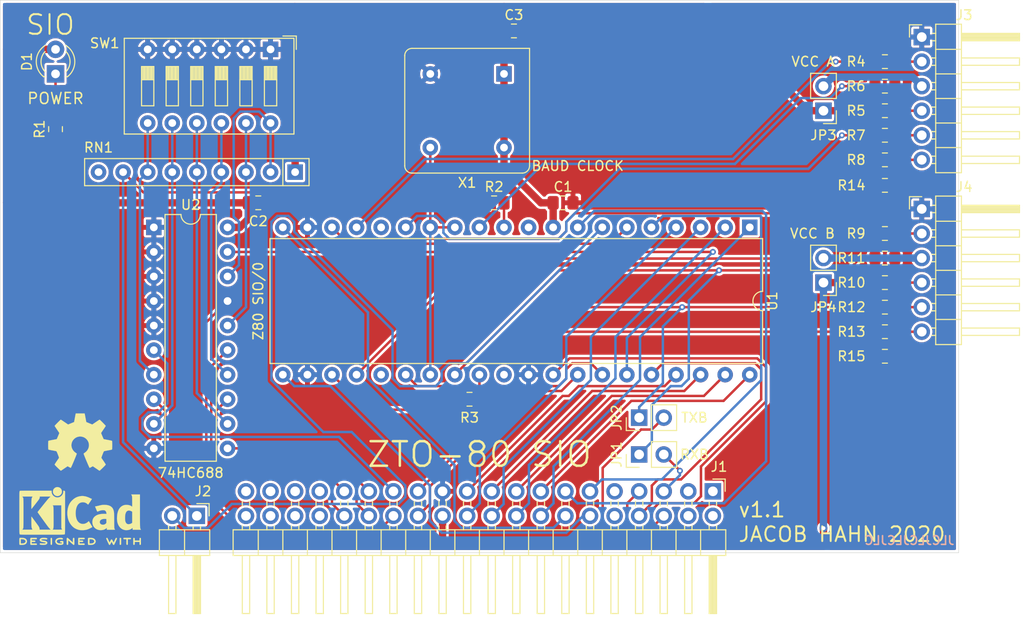
<source format=kicad_pcb>
(kicad_pcb (version 20171130) (host pcbnew "(5.1.5)-3")
  (layers (0 F.Cu signal) (31 B.Cu signal) (34 B.Paste user) (35 F.Paste user) (36 B.SilkS user) (37 F.SilkS user) (38 B.Mask user) (39 F.Mask user) (44 Edge.Cuts user))
  (net 0 "")
  (net 1 VCC)
  (net 2 "Net-(D1-Pad1)")
  (net 3 /USR4)
  (net 4 /USR3)
  (net 5 /USR2)
  (net 6 /USR1)
  (net 7 /RXB)
  (net 8 /TXB)
  (net 9 /RD)
  (net 10 /IORQ)
  (net 11 /WR)
  (net 12 /MREQ)
  (net 13 /INT)
  (net 14 /RST)
  (net 15 /M1)
  (net 16 /CLK)
  (net 17 /D0)
  (net 18 /D1)
  (net 19 /D2)
  (net 20 /D3)
  (net 21 /D4)
  (net 22 /D5)
  (net 23 /D6)
  (net 24 /D7)
  (net 25 GND)
  (net 26 /A0)
  (net 27 /A1)
  (net 28 /A2)
  (net 29 /A3)
  (net 30 /A4)
  (net 31 /A5)
  (net 32 /A6)
  (net 33 /A7)
  (net 34 /A8)
  (net 35 /A9)
  (net 36 /A10)
  (net 37 /A11)
  (net 38 /A12)
  (net 39 /A13)
  (net 40 /A14)
  (net 41 /A15)
  (net 42 /IEO)
  (net 43 /IEI)
  (net 44 "Net-(J1-Pad6)")
  (net 45 "Net-(J1-Pad5)")
  (net 46 "Net-(J3-Pad6)")
  (net 47 "Net-(J3-Pad5)")
  (net 48 "Net-(J3-Pad4)")
  (net 49 "Net-(J3-Pad3)")
  (net 50 "Net-(J3-Pad2)")
  (net 51 "Net-(J4-Pad6)")
  (net 52 "Net-(J4-Pad5)")
  (net 53 "Net-(J4-Pad4)")
  (net 54 "Net-(J4-Pad3)")
  (net 55 "Net-(J4-Pad2)")
  (net 56 "Net-(R2-Pad2)")
  (net 57 "Net-(R3-Pad2)")
  (net 58 /RTSA)
  (net 59 /RXA)
  (net 60 /TXA)
  (net 61 /CTSA)
  (net 62 /RTSB)
  (net 63 /CTSB)
  (net 64 "Net-(RN1-Pad9)")
  (net 65 "Net-(RN1-Pad7)")
  (net 66 "Net-(RN1-Pad6)")
  (net 67 "Net-(RN1-Pad5)")
  (net 68 "Net-(RN1-Pad4)")
  (net 69 "Net-(RN1-Pad3)")
  (net 70 "Net-(RN1-Pad2)")
  (net 71 "Net-(U1-Pad16)")
  (net 72 /SIOCE)
  (net 73 /BCLK)
  (net 74 "Net-(U1-Pad30)")
  (net 75 "Net-(U1-Pad10)")
  (net 76 "Net-(U1-Pad25)")
  (module Package_DIP:DIP-40_W15.24mm (layer F.Cu) (at 173.355 86.36 270)
    (fp_text reference U1 (at 7.62 -2.33 90) (layer F.SilkS))
    (fp_text value Z80SIO0)
    (pad 40 thru_hole oval (at 15.24 0 270) (size 1.6 1.6) (drill 0.8) (layers *.Cu *.Mask) (net 17 /D0))
    (pad 20 thru_hole oval (at 0 48.26 270) (size 1.6 1.6) (drill 0.8) (layers *.Cu *.Mask) (net 16 /CLK))
    (pad 39 thru_hole oval (at 15.24 2.54 270) (size 1.6 1.6) (drill 0.8) (layers *.Cu *.Mask) (net 19 /D2))
    (pad 19 thru_hole oval (at 0 45.72 270) (size 1.6 1.6) (drill 0.8) (layers *.Cu *.Mask) (net 25 GND))
    (pad 38 thru_hole oval (at 15.24 5.08 270) (size 1.6 1.6) (drill 0.8) (layers *.Cu *.Mask) (net 21 /D4))
    (pad 18 thru_hole oval (at 0 43.18 270) (size 1.6 1.6) (drill 0.8) (layers *.Cu *.Mask) (net 61 /CTSA))
    (pad 37 thru_hole oval (at 15.24 7.62 270) (size 1.6 1.6) (drill 0.8) (layers *.Cu *.Mask) (net 23 /D6))
    (pad 17 thru_hole oval (at 0 40.64 270) (size 1.6 1.6) (drill 0.8) (layers *.Cu *.Mask) (net 58 /RTSA))
    (pad 36 thru_hole oval (at 15.24 10.16 270) (size 1.6 1.6) (drill 0.8) (layers *.Cu *.Mask) (net 10 /IORQ))
    (pad 16 thru_hole oval (at 0 38.1 270) (size 1.6 1.6) (drill 0.8) (layers *.Cu *.Mask) (net 71 "Net-(U1-Pad16)"))
    (pad 35 thru_hole oval (at 15.24 12.7 270) (size 1.6 1.6) (drill 0.8) (layers *.Cu *.Mask) (net 72 /SIOCE))
    (pad 15 thru_hole oval (at 0 35.56 270) (size 1.6 1.6) (drill 0.8) (layers *.Cu *.Mask) (net 60 /TXA))
    (pad 34 thru_hole oval (at 15.24 15.24 270) (size 1.6 1.6) (drill 0.8) (layers *.Cu *.Mask) (net 26 /A0))
    (pad 14 thru_hole oval (at 0 33.02 270) (size 1.6 1.6) (drill 0.8) (layers *.Cu *.Mask) (net 73 /BCLK))
    (pad 33 thru_hole oval (at 15.24 17.78 270) (size 1.6 1.6) (drill 0.8) (layers *.Cu *.Mask) (net 27 /A1))
    (pad 13 thru_hole oval (at 0 30.48 270) (size 1.6 1.6) (drill 0.8) (layers *.Cu *.Mask) (net 73 /BCLK))
    (pad 32 thru_hole oval (at 15.24 20.32 270) (size 1.6 1.6) (drill 0.8) (layers *.Cu *.Mask) (net 9 /RD))
    (pad 12 thru_hole oval (at 0 27.94 270) (size 1.6 1.6) (drill 0.8) (layers *.Cu *.Mask) (net 59 /RXA))
    (pad 31 thru_hole oval (at 15.24 22.86 270) (size 1.6 1.6) (drill 0.8) (layers *.Cu *.Mask) (net 25 GND))
    (pad 11 thru_hole oval (at 0 25.4 270) (size 1.6 1.6) (drill 0.8) (layers *.Cu *.Mask) (net 56 "Net-(R2-Pad2)"))
    (pad 30 thru_hole oval (at 15.24 25.4 270) (size 1.6 1.6) (drill 0.8) (layers *.Cu *.Mask) (net 74 "Net-(U1-Pad30)"))
    (pad 10 thru_hole oval (at 0 22.86 270) (size 1.6 1.6) (drill 0.8) (layers *.Cu *.Mask) (net 75 "Net-(U1-Pad10)"))
    (pad 29 thru_hole oval (at 15.24 27.94 270) (size 1.6 1.6) (drill 0.8) (layers *.Cu *.Mask) (net 57 "Net-(R3-Pad2)"))
    (pad 9 thru_hole oval (at 0 20.32 270) (size 1.6 1.6) (drill 0.8) (layers *.Cu *.Mask) (net 1 VCC))
    (pad 28 thru_hole oval (at 15.24 30.48 270) (size 1.6 1.6) (drill 0.8) (layers *.Cu *.Mask) (net 7 /RXB))
    (pad 8 thru_hole oval (at 0 17.78 270) (size 1.6 1.6) (drill 0.8) (layers *.Cu *.Mask) (net 15 /M1))
    (pad 27 thru_hole oval (at 15.24 33.02 270) (size 1.6 1.6) (drill 0.8) (layers *.Cu *.Mask) (net 73 /BCLK))
    (pad 7 thru_hole oval (at 0 15.24 270) (size 1.6 1.6) (drill 0.8) (layers *.Cu *.Mask) (net 42 /IEO))
    (pad 26 thru_hole oval (at 15.24 35.56 270) (size 1.6 1.6) (drill 0.8) (layers *.Cu *.Mask) (net 8 /TXB))
    (pad 6 thru_hole oval (at 0 12.7 270) (size 1.6 1.6) (drill 0.8) (layers *.Cu *.Mask) (net 43 /IEI))
    (pad 25 thru_hole oval (at 15.24 38.1 270) (size 1.6 1.6) (drill 0.8) (layers *.Cu *.Mask) (net 76 "Net-(U1-Pad25)"))
    (pad 5 thru_hole oval (at 0 10.16 270) (size 1.6 1.6) (drill 0.8) (layers *.Cu *.Mask) (net 13 /INT))
    (pad 24 thru_hole oval (at 15.24 40.64 270) (size 1.6 1.6) (drill 0.8) (layers *.Cu *.Mask) (net 62 /RTSB))
    (pad 4 thru_hole oval (at 0 7.62 270) (size 1.6 1.6) (drill 0.8) (layers *.Cu *.Mask) (net 24 /D7))
    (pad 23 thru_hole oval (at 15.24 43.18 270) (size 1.6 1.6) (drill 0.8) (layers *.Cu *.Mask) (net 63 /CTSB))
    (pad 3 thru_hole oval (at 0 5.08 270) (size 1.6 1.6) (drill 0.8) (layers *.Cu *.Mask) (net 22 /D5))
    (pad 22 thru_hole oval (at 15.24 45.72 270) (size 1.6 1.6) (drill 0.8) (layers *.Cu *.Mask) (net 25 GND))
    (pad 2 thru_hole oval (at 0 2.54 270) (size 1.6 1.6) (drill 0.8) (layers *.Cu *.Mask) (net 20 /D3))
    (pad 21 thru_hole oval (at 15.24 48.26 270) (size 1.6 1.6) (drill 0.8) (layers *.Cu *.Mask) (net 14 /RST))
    (pad 1 thru_hole rect (at 0 0 270) (size 1.6 1.6) (drill 0.8) (layers *.Cu *.Mask) (net 18 /D1))
  )
  (module Connector_PinHeader_2.54mm:PinHeader_1x02_P2.54mm_Vertical (layer F.Cu) (at 161.925 109.855 90)
    (fp_text reference JP1 (at 0 -2.33 90) (layer F.SilkS))
    (fp_text value Jumper_NC_Small)
    (pad 2 thru_hole oval (at 0 2.54 90) (size 1.7 1.7) (drill 1) (layers *.Cu *.Mask) (net 45 "Net-(J1-Pad5)"))
    (pad 1 thru_hole rect (at 0 0 90) (size 1.7 1.7) (drill 1) (layers *.Cu *.Mask) (net 7 /RXB))
  )
  (module Connector_PinHeader_2.54mm:PinHeader_1x02_P2.54mm_Vertical (layer F.Cu) (at 161.925 106.045 90)
    (fp_text reference JP2 (at 0 -2.33 90) (layer F.SilkS))
    (fp_text value Jumper_NC_Small)
    (pad 2 thru_hole oval (at 0 2.54 90) (size 1.7 1.7) (drill 1) (layers *.Cu *.Mask) (net 44 "Net-(J1-Pad6)"))
    (pad 1 thru_hole rect (at 0 0 90) (size 1.7 1.7) (drill 1) (layers *.Cu *.Mask) (net 8 /TXB))
  )
  (module Resistor_SMD:R_0805_2012Metric_Pad1.15x1.40mm_HandSolder (layer F.Cu) (at 146.93 83.82)
    (fp_text reference R2 (at 0 -1.65) (layer F.SilkS))
    (fp_text value 100k)
    (pad 2 smd roundrect (at 1.025 0) (size 1.15 1.4) (layers F.Cu F.Paste F.Mask) (roundrect_rratio 0.217391) (net 56 "Net-(R2-Pad2)"))
    (pad 1 smd roundrect (at -1.025 0) (size 1.15 1.4) (layers F.Cu F.Paste F.Mask) (roundrect_rratio 0.217391) (net 25 GND))
  )
  (module Connector_PinHeader_2.54mm:PinHeader_1x06_P2.54mm_Horizontal (layer F.Cu) (at 191.135 84.455)
    (fp_text reference J4 (at 4.385 -2.27) (layer F.SilkS))
    (fp_text value SIOHDR)
    (pad 6 thru_hole oval (at 0 12.7) (size 1.7 1.7) (drill 1) (layers *.Cu *.Mask) (net 51 "Net-(J4-Pad6)"))
    (pad 5 thru_hole oval (at 0 10.16) (size 1.7 1.7) (drill 1) (layers *.Cu *.Mask) (net 52 "Net-(J4-Pad5)"))
    (pad 4 thru_hole oval (at 0 7.62) (size 1.7 1.7) (drill 1) (layers *.Cu *.Mask) (net 53 "Net-(J4-Pad4)"))
    (pad 3 thru_hole oval (at 0 5.08) (size 1.7 1.7) (drill 1) (layers *.Cu *.Mask) (net 54 "Net-(J4-Pad3)"))
    (pad 2 thru_hole oval (at 0 2.54) (size 1.7 1.7) (drill 1) (layers *.Cu *.Mask) (net 55 "Net-(J4-Pad2)"))
    (pad 1 thru_hole rect (at 0 0) (size 1.7 1.7) (drill 1) (layers *.Cu *.Mask) (net 25 GND))
  )
  (module Connector_PinHeader_2.54mm:PinHeader_1x06_P2.54mm_Horizontal (layer F.Cu) (at 191.135 66.675)
    (fp_text reference J3 (at 4.385 -2.27) (layer F.SilkS))
    (fp_text value SIOHDR)
    (pad 6 thru_hole oval (at 0 12.7) (size 1.7 1.7) (drill 1) (layers *.Cu *.Mask) (net 46 "Net-(J3-Pad6)"))
    (pad 5 thru_hole oval (at 0 10.16) (size 1.7 1.7) (drill 1) (layers *.Cu *.Mask) (net 47 "Net-(J3-Pad5)"))
    (pad 4 thru_hole oval (at 0 7.62) (size 1.7 1.7) (drill 1) (layers *.Cu *.Mask) (net 48 "Net-(J3-Pad4)"))
    (pad 3 thru_hole oval (at 0 5.08) (size 1.7 1.7) (drill 1) (layers *.Cu *.Mask) (net 49 "Net-(J3-Pad3)"))
    (pad 2 thru_hole oval (at 0 2.54) (size 1.7 1.7) (drill 1) (layers *.Cu *.Mask) (net 50 "Net-(J3-Pad2)"))
    (pad 1 thru_hole rect (at 0 0) (size 1.7 1.7) (drill 1) (layers *.Cu *.Mask) (net 25 GND))
  )
  (module Oscillator:Oscillator_DIP-8 (layer F.Cu) (at 147.955 70.485 180)
    (fp_text reference X1 (at 3.81 -11.26) (layer F.SilkS))
    (fp_text value 1.8432MHz)
    (pad 1 thru_hole rect (at 0 0 180) (size 1.6 1.6) (drill 0.8) (layers *.Cu *.Mask) (net 1 VCC))
    (pad 8 thru_hole circle (at 0 -7.62 180) (size 1.6 1.6) (drill 0.8) (layers *.Cu *.Mask) (net 1 VCC))
    (pad 5 thru_hole circle (at 7.62 -7.62 180) (size 1.6 1.6) (drill 0.8) (layers *.Cu *.Mask) (net 73 /BCLK))
    (pad 4 thru_hole circle (at 7.62 0 180) (size 1.6 1.6) (drill 0.8) (layers *.Cu *.Mask) (net 25 GND))
  )
  (module Package_DIP:DIP-20_W7.62mm (layer F.Cu) (at 111.76 86.36)
    (fp_text reference U2 (at 3.81 -2.33) (layer F.SilkS))
    (fp_text value 74HC688)
    (pad 20 thru_hole oval (at 7.62 0) (size 1.6 1.6) (drill 0.8) (layers *.Cu *.Mask) (net 1 VCC))
    (pad 10 thru_hole oval (at 0 22.86) (size 1.6 1.6) (drill 0.8) (layers *.Cu *.Mask) (net 25 GND))
    (pad 19 thru_hole oval (at 7.62 2.54) (size 1.6 1.6) (drill 0.8) (layers *.Cu *.Mask) (net 72 /SIOCE))
    (pad 9 thru_hole oval (at 0 20.32) (size 1.6 1.6) (drill 0.8) (layers *.Cu *.Mask) (net 66 "Net-(RN1-Pad6)"))
    (pad 18 thru_hole oval (at 7.62 5.08) (size 1.6 1.6) (drill 0.8) (layers *.Cu *.Mask) (net 70 "Net-(RN1-Pad2)"))
    (pad 8 thru_hole oval (at 0 17.78) (size 1.6 1.6) (drill 0.8) (layers *.Cu *.Mask) (net 29 /A3))
    (pad 17 thru_hole oval (at 7.62 7.62) (size 1.6 1.6) (drill 0.8) (layers *.Cu *.Mask) (net 33 /A7))
    (pad 7 thru_hole oval (at 0 15.24) (size 1.6 1.6) (drill 0.8) (layers *.Cu *.Mask) (net 65 "Net-(RN1-Pad7)"))
    (pad 16 thru_hole oval (at 7.62 10.16) (size 1.6 1.6) (drill 0.8) (layers *.Cu *.Mask) (net 69 "Net-(RN1-Pad3)"))
    (pad 6 thru_hole oval (at 0 12.7) (size 1.6 1.6) (drill 0.8) (layers *.Cu *.Mask) (net 28 /A2))
    (pad 15 thru_hole oval (at 7.62 12.7) (size 1.6 1.6) (drill 0.8) (layers *.Cu *.Mask) (net 32 /A6))
    (pad 5 thru_hole oval (at 0 10.16) (size 1.6 1.6) (drill 0.8) (layers *.Cu *.Mask) (net 25 GND))
    (pad 14 thru_hole oval (at 7.62 15.24) (size 1.6 1.6) (drill 0.8) (layers *.Cu *.Mask) (net 68 "Net-(RN1-Pad4)"))
    (pad 4 thru_hole oval (at 0 7.62) (size 1.6 1.6) (drill 0.8) (layers *.Cu *.Mask) (net 25 GND))
    (pad 13 thru_hole oval (at 7.62 17.78) (size 1.6 1.6) (drill 0.8) (layers *.Cu *.Mask) (net 31 /A5))
    (pad 3 thru_hole oval (at 0 5.08) (size 1.6 1.6) (drill 0.8) (layers *.Cu *.Mask) (net 25 GND))
    (pad 12 thru_hole oval (at 7.62 20.32) (size 1.6 1.6) (drill 0.8) (layers *.Cu *.Mask) (net 67 "Net-(RN1-Pad5)"))
    (pad 2 thru_hole oval (at 0 2.54) (size 1.6 1.6) (drill 0.8) (layers *.Cu *.Mask) (net 25 GND))
    (pad 11 thru_hole oval (at 7.62 22.86) (size 1.6 1.6) (drill 0.8) (layers *.Cu *.Mask) (net 30 /A4))
    (pad 1 thru_hole rect (at 0 0) (size 1.6 1.6) (drill 0.8) (layers *.Cu *.Mask) (net 25 GND))
  )
  (module Button_Switch_THT:SW_DIP_SPSTx06_Slide_9.78x17.42mm_W7.62mm_P2.54mm (layer F.Cu) (at 123.825 67.945 270)
    (fp_text reference SW1 (at -0.635 17.145 180) (layer F.SilkS))
    (fp_text value SW_DIP_x06)
    (pad 12 thru_hole oval (at 7.62 0 270) (size 1.6 1.6) (drill 0.8) (layers *.Cu *.Mask) (net 70 "Net-(RN1-Pad2)"))
    (pad 6 thru_hole oval (at 0 12.7 270) (size 1.6 1.6) (drill 0.8) (layers *.Cu *.Mask) (net 25 GND))
    (pad 11 thru_hole oval (at 7.62 2.54 270) (size 1.6 1.6) (drill 0.8) (layers *.Cu *.Mask) (net 69 "Net-(RN1-Pad3)"))
    (pad 5 thru_hole oval (at 0 10.16 270) (size 1.6 1.6) (drill 0.8) (layers *.Cu *.Mask) (net 25 GND))
    (pad 10 thru_hole oval (at 7.62 5.08 270) (size 1.6 1.6) (drill 0.8) (layers *.Cu *.Mask) (net 68 "Net-(RN1-Pad4)"))
    (pad 4 thru_hole oval (at 0 7.62 270) (size 1.6 1.6) (drill 0.8) (layers *.Cu *.Mask) (net 25 GND))
    (pad 9 thru_hole oval (at 7.62 7.62 270) (size 1.6 1.6) (drill 0.8) (layers *.Cu *.Mask) (net 67 "Net-(RN1-Pad5)"))
    (pad 3 thru_hole oval (at 0 5.08 270) (size 1.6 1.6) (drill 0.8) (layers *.Cu *.Mask) (net 25 GND))
    (pad 8 thru_hole oval (at 7.62 10.16 270) (size 1.6 1.6) (drill 0.8) (layers *.Cu *.Mask) (net 66 "Net-(RN1-Pad6)"))
    (pad 2 thru_hole oval (at 0 2.54 270) (size 1.6 1.6) (drill 0.8) (layers *.Cu *.Mask) (net 25 GND))
    (pad 7 thru_hole oval (at 7.62 12.7 270) (size 1.6 1.6) (drill 0.8) (layers *.Cu *.Mask) (net 65 "Net-(RN1-Pad7)"))
    (pad 1 thru_hole rect (at 0 0 270) (size 1.6 1.6) (drill 0.8) (layers *.Cu *.Mask) (net 25 GND))
  )
  (module Resistor_THT:R_Array_SIP9 (layer F.Cu) (at 126.365 80.645 180)
    (fp_text reference RN1 (at 20.32 2.54) (layer F.SilkS))
    (fp_text value R_Network08)
    (pad 9 thru_hole oval (at 20.32 0 180) (size 1.6 1.6) (drill 0.8) (layers *.Cu *.Mask) (net 64 "Net-(RN1-Pad9)"))
    (pad 8 thru_hole oval (at 17.78 0 180) (size 1.6 1.6) (drill 0.8) (layers *.Cu *.Mask) (net 43 /IEI))
    (pad 7 thru_hole oval (at 15.24 0 180) (size 1.6 1.6) (drill 0.8) (layers *.Cu *.Mask) (net 65 "Net-(RN1-Pad7)"))
    (pad 6 thru_hole oval (at 12.7 0 180) (size 1.6 1.6) (drill 0.8) (layers *.Cu *.Mask) (net 66 "Net-(RN1-Pad6)"))
    (pad 5 thru_hole oval (at 10.16 0 180) (size 1.6 1.6) (drill 0.8) (layers *.Cu *.Mask) (net 67 "Net-(RN1-Pad5)"))
    (pad 4 thru_hole oval (at 7.62 0 180) (size 1.6 1.6) (drill 0.8) (layers *.Cu *.Mask) (net 68 "Net-(RN1-Pad4)"))
    (pad 3 thru_hole oval (at 5.08 0 180) (size 1.6 1.6) (drill 0.8) (layers *.Cu *.Mask) (net 69 "Net-(RN1-Pad3)"))
    (pad 2 thru_hole oval (at 2.54 0 180) (size 1.6 1.6) (drill 0.8) (layers *.Cu *.Mask) (net 70 "Net-(RN1-Pad2)"))
    (pad 1 thru_hole rect (at 0 0 180) (size 1.6 1.6) (drill 0.8) (layers *.Cu *.Mask) (net 1 VCC))
  )
  (module Resistor_SMD:R_0805_2012Metric_Pad1.15x1.40mm_HandSolder (layer F.Cu) (at 187.325 99.695)
    (fp_text reference R15 (at -1.905 0) (layer F.SilkS) (effects (justify right)))
    (fp_text value 100k)
    (pad 2 smd roundrect (at 1.025 0) (size 1.15 1.4) (layers F.Cu F.Paste F.Mask) (roundrect_rratio 0.217391) (net 51 "Net-(J4-Pad6)"))
    (pad 1 smd roundrect (at -1.025 0) (size 1.15 1.4) (layers F.Cu F.Paste F.Mask) (roundrect_rratio 0.217391) (net 25 GND))
  )
  (module Resistor_SMD:R_0805_2012Metric_Pad1.15x1.40mm_HandSolder (layer F.Cu) (at 187.325 82.015)
    (fp_text reference R14 (at -1.905 0.0016) (layer F.SilkS) (effects (justify right)))
    (fp_text value 100k)
    (pad 2 smd roundrect (at 1.025 0) (size 1.15 1.4) (layers F.Cu F.Paste F.Mask) (roundrect_rratio 0.217391) (net 46 "Net-(J3-Pad6)"))
    (pad 1 smd roundrect (at -1.025 0) (size 1.15 1.4) (layers F.Cu F.Paste F.Mask) (roundrect_rratio 0.217391) (net 25 GND))
  )
  (module Resistor_SMD:R_0805_2012Metric_Pad1.15x1.40mm_HandSolder (layer F.Cu) (at 187.325 97.155 180)
    (fp_text reference R13 (at 1.905 0) (layer F.SilkS) (effects (justify right)))
    (fp_text value 2.2k)
    (pad 2 smd roundrect (at 1.025 0 180) (size 1.15 1.4) (layers F.Cu F.Paste F.Mask) (roundrect_rratio 0.217391) (net 63 /CTSB))
    (pad 1 smd roundrect (at -1.025 0 180) (size 1.15 1.4) (layers F.Cu F.Paste F.Mask) (roundrect_rratio 0.217391) (net 51 "Net-(J4-Pad6)"))
  )
  (module Resistor_SMD:R_0805_2012Metric_Pad1.15x1.40mm_HandSolder (layer F.Cu) (at 187.325 94.615 180)
    (fp_text reference R12 (at 1.905 0) (layer F.SilkS) (effects (justify right)))
    (fp_text value 2.2k)
    (pad 2 smd roundrect (at 1.025 0 180) (size 1.15 1.4) (layers F.Cu F.Paste F.Mask) (roundrect_rratio 0.217391) (net 8 /TXB))
    (pad 1 smd roundrect (at -1.025 0 180) (size 1.15 1.4) (layers F.Cu F.Paste F.Mask) (roundrect_rratio 0.217391) (net 52 "Net-(J4-Pad5)"))
  )
  (module Resistor_SMD:R_0805_2012Metric_Pad1.15x1.40mm_HandSolder (layer F.Cu) (at 187.325 89.535 180)
    (fp_text reference R11 (at 1.905 0) (layer F.SilkS) (effects (justify right)))
    (fp_text value 2.2k)
    (pad 2 smd roundrect (at 1.025 0 180) (size 1.15 1.4) (layers F.Cu F.Paste F.Mask) (roundrect_rratio 0.217391) (net 7 /RXB))
    (pad 1 smd roundrect (at -1.025 0 180) (size 1.15 1.4) (layers F.Cu F.Paste F.Mask) (roundrect_rratio 0.217391) (net 53 "Net-(J4-Pad4)"))
  )
  (module Resistor_SMD:R_0805_2012Metric_Pad1.15x1.40mm_HandSolder (layer F.Cu) (at 187.325 92.075 180)
    (fp_text reference R10 (at 1.905 0) (layer F.SilkS) (effects (justify right)))
    (fp_text value 100k)
    (pad 2 smd roundrect (at 1.025 0 180) (size 1.15 1.4) (layers F.Cu F.Paste F.Mask) (roundrect_rratio 0.217391) (net 1 VCC))
    (pad 1 smd roundrect (at -1.025 0 180) (size 1.15 1.4) (layers F.Cu F.Paste F.Mask) (roundrect_rratio 0.217391) (net 53 "Net-(J4-Pad4)"))
  )
  (module Resistor_SMD:R_0805_2012Metric_Pad1.15x1.40mm_HandSolder (layer F.Cu) (at 187.325 86.995 180)
    (fp_text reference R9 (at 1.905 0) (layer F.SilkS) (effects (justify right)))
    (fp_text value 2.2k)
    (pad 2 smd roundrect (at 1.025 0 180) (size 1.15 1.4) (layers F.Cu F.Paste F.Mask) (roundrect_rratio 0.217391) (net 62 /RTSB))
    (pad 1 smd roundrect (at -1.025 0 180) (size 1.15 1.4) (layers F.Cu F.Paste F.Mask) (roundrect_rratio 0.217391) (net 55 "Net-(J4-Pad2)"))
  )
  (module Resistor_SMD:R_0805_2012Metric_Pad1.15x1.40mm_HandSolder (layer F.Cu) (at 187.325 79.375 180)
    (fp_text reference R8 (at 1.905 0) (layer F.SilkS) (effects (justify right)))
    (fp_text value 2.2k)
    (pad 2 smd roundrect (at 1.025 0 180) (size 1.15 1.4) (layers F.Cu F.Paste F.Mask) (roundrect_rratio 0.217391) (net 61 /CTSA))
    (pad 1 smd roundrect (at -1.025 0 180) (size 1.15 1.4) (layers F.Cu F.Paste F.Mask) (roundrect_rratio 0.217391) (net 46 "Net-(J3-Pad6)"))
  )
  (module Resistor_SMD:R_0805_2012Metric_Pad1.15x1.40mm_HandSolder (layer F.Cu) (at 187.325 76.835 180)
    (fp_text reference R7 (at 1.905 0) (layer F.SilkS) (effects (justify right)))
    (fp_text value 2.2k)
    (pad 2 smd roundrect (at 1.025 0 180) (size 1.15 1.4) (layers F.Cu F.Paste F.Mask) (roundrect_rratio 0.217391) (net 60 /TXA))
    (pad 1 smd roundrect (at -1.025 0 180) (size 1.15 1.4) (layers F.Cu F.Paste F.Mask) (roundrect_rratio 0.217391) (net 47 "Net-(J3-Pad5)"))
  )
  (module Resistor_SMD:R_0805_2012Metric_Pad1.15x1.40mm_HandSolder (layer F.Cu) (at 187.325 71.755 180)
    (fp_text reference R6 (at 1.905 0) (layer F.SilkS) (effects (justify right)))
    (fp_text value 2.2k)
    (pad 2 smd roundrect (at 1.025 0 180) (size 1.15 1.4) (layers F.Cu F.Paste F.Mask) (roundrect_rratio 0.217391) (net 59 /RXA))
    (pad 1 smd roundrect (at -1.025 0 180) (size 1.15 1.4) (layers F.Cu F.Paste F.Mask) (roundrect_rratio 0.217391) (net 48 "Net-(J3-Pad4)"))
  )
  (module Resistor_SMD:R_0805_2012Metric_Pad1.15x1.40mm_HandSolder (layer F.Cu) (at 187.325 74.295 180)
    (fp_text reference R5 (at 1.905 0) (layer F.SilkS) (effects (justify right)))
    (fp_text value 100k)
    (pad 2 smd roundrect (at 1.025 0 180) (size 1.15 1.4) (layers F.Cu F.Paste F.Mask) (roundrect_rratio 0.217391) (net 1 VCC))
    (pad 1 smd roundrect (at -1.025 0 180) (size 1.15 1.4) (layers F.Cu F.Paste F.Mask) (roundrect_rratio 0.217391) (net 48 "Net-(J3-Pad4)"))
  )
  (module Resistor_SMD:R_0805_2012Metric_Pad1.15x1.40mm_HandSolder (layer F.Cu) (at 187.325 69.215 180)
    (fp_text reference R4 (at 1.905 0) (layer F.SilkS) (effects (justify right)))
    (fp_text value 2.2k)
    (pad 2 smd roundrect (at 1.025 0 180) (size 1.15 1.4) (layers F.Cu F.Paste F.Mask) (roundrect_rratio 0.217391) (net 58 /RTSA))
    (pad 1 smd roundrect (at -1.025 0 180) (size 1.15 1.4) (layers F.Cu F.Paste F.Mask) (roundrect_rratio 0.217391) (net 50 "Net-(J3-Pad2)"))
  )
  (module Resistor_SMD:R_0805_2012Metric_Pad1.15x1.40mm_HandSolder (layer F.Cu) (at 144.39 104.14)
    (fp_text reference R3 (at 0 1.905) (layer F.SilkS))
    (fp_text value 100k)
    (pad 2 smd roundrect (at 1.025 0) (size 1.15 1.4) (layers F.Cu F.Paste F.Mask) (roundrect_rratio 0.217391) (net 57 "Net-(R3-Pad2)"))
    (pad 1 smd roundrect (at -1.025 0) (size 1.15 1.4) (layers F.Cu F.Paste F.Mask) (roundrect_rratio 0.217391) (net 25 GND))
  )
  (module Connector_PinHeader_2.54mm:PinHeader_1x02_P2.54mm_Vertical (layer F.Cu) (at 180.975 92.075 180)
    (fp_text reference JP4 (at 0 -2.54) (layer F.SilkS))
    (fp_text value Jumper_2_Open)
    (pad 2 thru_hole oval (at 0 2.54 180) (size 1.7 1.7) (drill 1) (layers *.Cu *.Mask) (net 54 "Net-(J4-Pad3)"))
    (pad 1 thru_hole rect (at 0 0 180) (size 1.7 1.7) (drill 1) (layers *.Cu *.Mask) (net 1 VCC))
  )
  (module Connector_PinHeader_2.54mm:PinHeader_1x02_P2.54mm_Vertical (layer F.Cu) (at 180.975 74.295 180)
    (fp_text reference JP3 (at 0 -2.54) (layer F.SilkS))
    (fp_text value Jumper_2_Open)
    (pad 2 thru_hole oval (at 0 2.54 180) (size 1.7 1.7) (drill 1) (layers *.Cu *.Mask) (net 49 "Net-(J3-Pad3)"))
    (pad 1 thru_hole rect (at 0 0 180) (size 1.7 1.7) (drill 1) (layers *.Cu *.Mask) (net 1 VCC))
  )
  (module Connector_PinHeader_2.54mm:PinHeader_2x20_P2.54mm_Horizontal (layer F.Cu) (at 169.545 113.665 270)
    (fp_text reference J1 (at -2.54 -0.635 180) (layer F.SilkS))
    (fp_text value "ZTO-80 Bus")
    (pad 40 thru_hole oval (at 2.54 48.26 270) (size 1.7 1.7) (drill 1) (layers *.Cu *.Mask) (net 41 /A15))
    (pad 39 thru_hole oval (at 0 48.26 270) (size 1.7 1.7) (drill 1) (layers *.Cu *.Mask) (net 40 /A14))
    (pad 38 thru_hole oval (at 2.54 45.72 270) (size 1.7 1.7) (drill 1) (layers *.Cu *.Mask) (net 39 /A13))
    (pad 37 thru_hole oval (at 0 45.72 270) (size 1.7 1.7) (drill 1) (layers *.Cu *.Mask) (net 38 /A12))
    (pad 36 thru_hole oval (at 2.54 43.18 270) (size 1.7 1.7) (drill 1) (layers *.Cu *.Mask) (net 37 /A11))
    (pad 35 thru_hole oval (at 0 43.18 270) (size 1.7 1.7) (drill 1) (layers *.Cu *.Mask) (net 36 /A10))
    (pad 34 thru_hole oval (at 2.54 40.64 270) (size 1.7 1.7) (drill 1) (layers *.Cu *.Mask) (net 35 /A9))
    (pad 33 thru_hole oval (at 0 40.64 270) (size 1.7 1.7) (drill 1) (layers *.Cu *.Mask) (net 34 /A8))
    (pad 32 thru_hole oval (at 2.54 38.1 270) (size 1.7 1.7) (drill 1) (layers *.Cu *.Mask) (net 33 /A7))
    (pad 31 thru_hole oval (at 0 38.1 270) (size 1.7 1.7) (drill 1) (layers *.Cu *.Mask) (net 32 /A6))
    (pad 30 thru_hole oval (at 2.54 35.56 270) (size 1.7 1.7) (drill 1) (layers *.Cu *.Mask) (net 31 /A5))
    (pad 29 thru_hole oval (at 0 35.56 270) (size 1.7 1.7) (drill 1) (layers *.Cu *.Mask) (net 30 /A4))
    (pad 28 thru_hole oval (at 2.54 33.02 270) (size 1.7 1.7) (drill 1) (layers *.Cu *.Mask) (net 29 /A3))
    (pad 27 thru_hole oval (at 0 33.02 270) (size 1.7 1.7) (drill 1) (layers *.Cu *.Mask) (net 28 /A2))
    (pad 26 thru_hole oval (at 2.54 30.48 270) (size 1.7 1.7) (drill 1) (layers *.Cu *.Mask) (net 27 /A1))
    (pad 25 thru_hole oval (at 0 30.48 270) (size 1.7 1.7) (drill 1) (layers *.Cu *.Mask) (net 26 /A0))
    (pad 24 thru_hole oval (at 2.54 27.94 270) (size 1.7 1.7) (drill 1) (layers *.Cu *.Mask) (net 1 VCC))
    (pad 23 thru_hole oval (at 0 27.94 270) (size 1.7 1.7) (drill 1) (layers *.Cu *.Mask) (net 25 GND))
    (pad 22 thru_hole oval (at 2.54 25.4 270) (size 1.7 1.7) (drill 1) (layers *.Cu *.Mask) (net 24 /D7))
    (pad 21 thru_hole oval (at 0 25.4 270) (size 1.7 1.7) (drill 1) (layers *.Cu *.Mask) (net 23 /D6))
    (pad 20 thru_hole oval (at 2.54 22.86 270) (size 1.7 1.7) (drill 1) (layers *.Cu *.Mask) (net 22 /D5))
    (pad 19 thru_hole oval (at 0 22.86 270) (size 1.7 1.7) (drill 1) (layers *.Cu *.Mask) (net 21 /D4))
    (pad 18 thru_hole oval (at 2.54 20.32 270) (size 1.7 1.7) (drill 1) (layers *.Cu *.Mask) (net 20 /D3))
    (pad 17 thru_hole oval (at 0 20.32 270) (size 1.7 1.7) (drill 1) (layers *.Cu *.Mask) (net 19 /D2))
    (pad 16 thru_hole oval (at 2.54 17.78 270) (size 1.7 1.7) (drill 1) (layers *.Cu *.Mask) (net 18 /D1))
    (pad 15 thru_hole oval (at 0 17.78 270) (size 1.7 1.7) (drill 1) (layers *.Cu *.Mask) (net 17 /D0))
    (pad 14 thru_hole oval (at 2.54 15.24 270) (size 1.7 1.7) (drill 1) (layers *.Cu *.Mask) (net 16 /CLK))
    (pad 13 thru_hole oval (at 0 15.24 270) (size 1.7 1.7) (drill 1) (layers *.Cu *.Mask) (net 15 /M1))
    (pad 12 thru_hole oval (at 2.54 12.7 270) (size 1.7 1.7) (drill 1) (layers *.Cu *.Mask) (net 14 /RST))
    (pad 11 thru_hole oval (at 0 12.7 270) (size 1.7 1.7) (drill 1) (layers *.Cu *.Mask) (net 13 /INT))
    (pad 10 thru_hole oval (at 2.54 10.16 270) (size 1.7 1.7) (drill 1) (layers *.Cu *.Mask) (net 12 /MREQ))
    (pad 9 thru_hole oval (at 0 10.16 270) (size 1.7 1.7) (drill 1) (layers *.Cu *.Mask) (net 11 /WR))
    (pad 8 thru_hole oval (at 2.54 7.62 270) (size 1.7 1.7) (drill 1) (layers *.Cu *.Mask) (net 10 /IORQ))
    (pad 7 thru_hole oval (at 0 7.62 270) (size 1.7 1.7) (drill 1) (layers *.Cu *.Mask) (net 9 /RD))
    (pad 6 thru_hole oval (at 2.54 5.08 270) (size 1.7 1.7) (drill 1) (layers *.Cu *.Mask) (net 44 "Net-(J1-Pad6)"))
    (pad 5 thru_hole oval (at 0 5.08 270) (size 1.7 1.7) (drill 1) (layers *.Cu *.Mask) (net 45 "Net-(J1-Pad5)"))
    (pad 4 thru_hole oval (at 2.54 2.54 270) (size 1.7 1.7) (drill 1) (layers *.Cu *.Mask) (net 6 /USR1))
    (pad 3 thru_hole oval (at 0 2.54 270) (size 1.7 1.7) (drill 1) (layers *.Cu *.Mask) (net 5 /USR2))
    (pad 2 thru_hole oval (at 2.54 0 270) (size 1.7 1.7) (drill 1) (layers *.Cu *.Mask) (net 4 /USR3))
    (pad 1 thru_hole rect (at 0 0 270) (size 1.7 1.7) (drill 1) (layers *.Cu *.Mask) (net 3 /USR4))
  )
  (module Capacitor_SMD:C_0805_2012Metric_Pad1.15x1.40mm_HandSolder (layer F.Cu) (at 148.98 66.04)
    (fp_text reference C3 (at 0 -1.65) (layer F.SilkS))
    (fp_text value .1u)
    (pad 2 smd roundrect (at 1.025 0) (size 1.15 1.4) (layers F.Cu F.Paste F.Mask) (roundrect_rratio 0.217391) (net 25 GND))
    (pad 1 smd roundrect (at -1.025 0) (size 1.15 1.4) (layers F.Cu F.Paste F.Mask) (roundrect_rratio 0.217391) (net 1 VCC))
  )
  (module Capacitor_SMD:C_0805_2012Metric_Pad1.15x1.40mm_HandSolder (layer F.Cu) (at 122.555 83.82)
    (fp_text reference C2 (at 0 1.905) (layer F.SilkS))
    (fp_text value .1u)
    (pad 2 smd roundrect (at 1.025 0) (size 1.15 1.4) (layers F.Cu F.Paste F.Mask) (roundrect_rratio 0.217391) (net 25 GND))
    (pad 1 smd roundrect (at -1.025 0) (size 1.15 1.4) (layers F.Cu F.Paste F.Mask) (roundrect_rratio 0.217391) (net 1 VCC))
  )
  (module Capacitor_SMD:C_0805_2012Metric_Pad1.15x1.40mm_HandSolder (layer F.Cu) (at 154.06 83.82)
    (fp_text reference C1 (at 0 -1.65) (layer F.SilkS))
    (fp_text value .1u)
    (pad 2 smd roundrect (at 1.025 0) (size 1.15 1.4) (layers F.Cu F.Paste F.Mask) (roundrect_rratio 0.217391) (net 25 GND))
    (pad 1 smd roundrect (at -1.025 0) (size 1.15 1.4) (layers F.Cu F.Paste F.Mask) (roundrect_rratio 0.217391) (net 1 VCC))
  )
  (module Symbol:OSHW-Symbol_6.7x6mm_SilkScreen (layer F.Cu) (at 104.14 108.585)
    (fp_text reference REF** hide)
    (fp_text value OSHW-Symbol_6.7x6mm_SilkScreen hide)
  )
  (module Symbol:KiCad-Logo2_5mm_SilkScreen (layer F.Cu) (at 104.14 116.205)
    (fp_text reference REF** hide)
    (fp_text value KiCad-Logo2_5mm_SilkScreen hide)
  )
  (module Connector_PinHeader_2.54mm:PinHeader_1x02_P2.54mm_Horizontal (layer F.Cu) (at 116.205 116.205 270)
    (fp_text reference J2 (at -2.54 -0.635 180) (layer F.SilkS))
    (fp_text value Conn_01x02)
    (pad 2 thru_hole oval (at 0 2.54 270) (size 1.7 1.7) (drill 1) (layers *.Cu *.Mask) (net 42 /IEO))
    (pad 1 thru_hole rect (at 0 0 270) (size 1.7 1.7) (drill 1) (layers *.Cu *.Mask) (net 43 /IEI))
  )
  (module Resistor_SMD:R_0805_2012Metric_Pad1.15x1.40mm_HandSolder (layer F.Cu) (at 101.6 76.2 90)
    (fp_text reference R1 (at 0 -1.65 90) (layer F.SilkS))
    (fp_text value 220)
    (pad 1 smd roundrect (at -1.025 0 90) (size 1.15 1.4) (layers F.Cu F.Paste F.Mask) (roundrect_rratio 0.217391) (net 25 GND))
    (pad 2 smd roundrect (at 1.025 0 90) (size 1.15 1.4) (layers F.Cu F.Paste F.Mask) (roundrect_rratio 0.217391) (net 2 "Net-(D1-Pad1)"))
  )
  (module LED_THT:LED_D3.0mm (layer F.Cu) (at 101.6 70.485 90)
    (fp_text reference D1 (at 1.27 -2.96 90) (layer F.SilkS))
    (fp_text value "LED 3MM RED")
    (pad 1 thru_hole rect (at 0 0 90) (size 1.8 1.8) (drill 0.9) (layers *.Cu *.Mask) (net 2 "Net-(D1-Pad1)"))
    (pad 2 thru_hole circle (at 2.54 0 90) (size 1.8 1.8) (drill 0.9) (layers *.Cu *.Mask) (net 1 VCC))
  )
  (gr_text "BAUD CLOCK" (at 155.575 80.01) (layer F.SilkS) (effects (font (size 1 1))))
  (gr_text 74HC688 (at 115.57 111.76) (layer F.SilkS) (effects (font (size 1 1))))
  (gr_text "Z80 SIO/0" (at 122.555 93.98 90) (layer F.SilkS) (effects (font (size 1 1))))
  (gr_text RXB (at 167.64 109.855) (layer F.SilkS) (effects (font (size 1 1))))
  (gr_text TXB (at 167.64 106.045) (layer F.SilkS) (effects (font (size 1 1))))
  (gr_text "VCC B" (at 182.245 86.995) (layer F.SilkS) (effects (font (size 1 1)) (justify right)))
  (gr_text "VCC A" (at 182.245 69.215) (layer F.SilkS) (effects (font (size 1 1)) (justify right)))
  (gr_text v1.1 (at 172.085 115.57) (layer F.SilkS) (effects (font (size 1.524 1.524) (thickness 0.2032)) (justify left)))
  (gr_text POWER (at 101.6 73.025) (layer F.SilkS) (effects (font (size 1.143 1.143) (thickness 0.1524))))
  (gr_text JLCJLCJLCJLC (at 189.865 118.745) (layer B.SilkS) (effects (font (size 0.899998 0.899998) (thickness 0.159995)) (justify mirror)))
  (gr_text "JACOB HAHN 2020" (at 182.88 118.11) (layer F.SilkS) (effects (font (size 1.524 1.524) (thickness 0.2032))))
  (gr_text "ZTO-80 SIO" (at 145.415 109.855) (layer F.SilkS) (effects (font (size 2.54 2.54) (thickness 0.254))))
  (gr_text SIO (at 98.425 65.405) (layer F.SilkS) (effects (font (size 2.032 2.032) (thickness 0.2032)) (justify left)))
  (gr_line (start 95.885 120.015) (end 95.885 62.865) (layer Edge.Cuts) (width 0.05))
  (gr_line (start 194.945 120.015) (end 95.885 120.015) (layer Edge.Cuts) (width 0.05))
  (gr_line (start 194.945 62.865) (end 194.945 120.015) (layer Edge.Cuts) (width 0.05))
  (gr_line (start 95.885 62.865) (end 194.945 62.865) (layer Edge.Cuts) (width 0.05))
  (segment (start 147.955 70.485) (end 147.955 66.04) (width 0.762) (layer F.Cu) (net 1))
  (segment (start 147.955 66.04) (end 147.955 63.52501) (width 0.762) (layer F.Cu) (net 1))
  (segment (start 96.54501 119.35499) (end 141.605 119.35499) (width 0.762) (layer F.Cu) (net 1))
  (segment (start 141.605 119.35499) (end 141.605 116.205) (width 0.762) (layer F.Cu) (net 1))
  (segment (start 96.57002 67.945) (end 96.54501 67.91999) (width 0.762) (layer F.Cu) (net 1))
  (segment (start 101.6 67.945) (end 96.57002 67.945) (width 0.762) (layer F.Cu) (net 1))
  (segment (start 96.54501 63.52501) (end 96.54501 67.91999) (width 0.762) (layer F.Cu) (net 1))
  (segment (start 96.57002 83.82) (end 96.54501 83.79499) (width 0.762) (layer F.Cu) (net 1))
  (segment (start 96.54501 67.91999) (end 96.54501 83.79499) (width 0.762) (layer F.Cu) (net 1))
  (segment (start 121.53 83.82) (end 96.57002 83.82) (width 0.762) (layer F.Cu) (net 1))
  (segment (start 96.54501 83.79499) (end 96.54501 119.35499) (width 0.762) (layer F.Cu) (net 1))
  (segment (start 147.955 78.105) (end 147.955 70.485) (width 0.762) (layer F.Cu) (net 1))
  (segment (start 153.035 86.36) (end 153.035 83.82) (width 0.762) (layer F.Cu) (net 1))
  (segment (start 147.955 78.105) (end 147.955 80.01) (width 0.762) (layer F.Cu) (net 1))
  (segment (start 151.765 83.82) (end 153.035 83.82) (width 0.762) (layer F.Cu) (net 1))
  (segment (start 147.955 80.01) (end 151.765 83.82) (width 0.762) (layer F.Cu) (net 1))
  (segment (start 126.365 80.645) (end 126.365 63.55002) (width 0.762) (layer F.Cu) (net 1))
  (segment (start 147.955 63.52501) (end 126.33999 63.52501) (width 0.762) (layer F.Cu) (net 1))
  (segment (start 126.365 63.55002) (end 126.33999 63.52501) (width 0.762) (layer F.Cu) (net 1))
  (segment (start 126.33999 63.52501) (end 96.54501 63.52501) (width 0.762) (layer F.Cu) (net 1))
  (segment (start 180.975 92.075) (end 186.3 92.075) (width 0.762) (layer F.Cu) (net 1))
  (segment (start 180.975 74.295) (end 186.3 74.295) (width 0.762) (layer F.Cu) (net 1))
  (segment (start 168.59301 63.52501) (end 147.955 63.52501) (width 0.762) (layer F.Cu) (net 1))
  (segment (start 179.363 74.295) (end 168.59301 63.52501) (width 0.762) (layer F.Cu) (net 1))
  (segment (start 180.975 74.295) (end 179.363 74.295) (width 0.762) (layer F.Cu) (net 1))
  (segment (start 121.53 83.82) (end 121.53 85.48) (width 0.762) (layer F.Cu) (net 1))
  (segment (start 120.65 86.36) (end 119.38 86.36) (width 0.762) (layer F.Cu) (net 1))
  (segment (start 121.53 85.48) (end 120.65 86.36) (width 0.762) (layer F.Cu) (net 1))
  (segment (start 141.605 119.35499) (end 180.975 119.35499) (width 0.762) (layer F.Cu) (net 1))
  (segment (start 180.975 119.35499) (end 180.975 117.475) (width 0.762) (layer F.Cu) (net 1))
  (via (at 180.975 117.475) (size 0.8128) (drill 0.4064) (layers F.Cu B.Cu) (net 1))
  (segment (start 180.975 117.475) (end 180.975 92.075) (width 0.762) (layer B.Cu) (net 1))
  (segment (start 101.6 70.485) (end 101.6 75.175) (width 0.254) (layer F.Cu) (net 2))
  (segment (start 184.785 89.535) (end 186.3 89.535) (width 0.254) (layer F.Cu) (net 7))
  (segment (start 183.515 90.805) (end 184.785 89.535) (width 0.254) (layer F.Cu) (net 7))
  (segment (start 142.875 101.6) (end 153.67 90.805) (width 0.254) (layer F.Cu) (net 7))
  (segment (start 153.67 90.805) (end 183.515 90.805) (width 0.254) (layer F.Cu) (net 7))
  (segment (start 185.725 94.615) (end 186.3 94.615) (width 0.254) (layer F.Cu) (net 8))
  (segment (start 144.233999 101.988883) (end 144.233999 101.033119) (width 0.254) (layer F.Cu) (net 8))
  (segment (start 144.233999 101.033119) (end 150.652118 94.615) (width 0.254) (layer F.Cu) (net 8))
  (segment (start 143.441881 102.781001) (end 144.233999 101.988883) (width 0.254) (layer F.Cu) (net 8))
  (segment (start 138.976001 102.781001) (end 143.441881 102.781001) (width 0.254) (layer F.Cu) (net 8))
  (segment (start 137.795 101.6) (end 138.976001 102.781001) (width 0.254) (layer F.Cu) (net 8))
  (segment (start 161.925 104.941) (end 164.376001 102.489999) (width 0.254) (layer B.Cu) (net 8))
  (segment (start 164.376001 96.608999) (end 166.37 94.615) (width 0.254) (layer B.Cu) (net 8))
  (segment (start 161.925 106.045) (end 161.925 104.941) (width 0.254) (layer B.Cu) (net 8))
  (via (at 166.37 94.615) (size 0.6096) (drill 0.3048) (layers F.Cu B.Cu) (net 8))
  (segment (start 166.37 94.615) (end 185.725 94.615) (width 0.254) (layer F.Cu) (net 8))
  (segment (start 164.376001 102.489999) (end 164.376001 96.608999) (width 0.254) (layer B.Cu) (net 8))
  (segment (start 150.652118 94.615) (end 166.37 94.615) (width 0.254) (layer F.Cu) (net 8))
  (segment (start 154.724011 99.910989) (end 153.834999 100.800001) (width 0.254) (layer F.Cu) (net 9))
  (segment (start 174.132305 99.910989) (end 154.724011 99.910989) (width 0.254) (layer F.Cu) (net 9))
  (segment (start 175.04401 100.822694) (end 174.132305 99.910989) (width 0.254) (layer F.Cu) (net 9))
  (segment (start 161.334119 117.436001) (end 162.515881 117.436001) (width 0.254) (layer F.Cu) (net 9))
  (segment (start 153.834999 100.800001) (end 153.035 101.6) (width 0.254) (layer F.Cu) (net 9))
  (segment (start 160.693999 116.795881) (end 161.334119 117.436001) (width 0.254) (layer F.Cu) (net 9))
  (segment (start 168.313999 111.092171) (end 175.044011 104.362159) (width 0.254) (layer F.Cu) (net 9))
  (segment (start 160.693999 114.896001) (end 160.693999 116.795881) (width 0.254) (layer F.Cu) (net 9))
  (segment (start 162.515881 117.436001) (end 163.233999 116.717883) (width 0.254) (layer F.Cu) (net 9))
  (segment (start 161.925 113.665) (end 160.693999 114.896001) (width 0.254) (layer F.Cu) (net 9))
  (segment (start 163.233999 116.717883) (end 163.233999 115.614435) (width 0.254) (layer F.Cu) (net 9))
  (segment (start 163.233999 115.614435) (end 163.952433 114.896001) (width 0.254) (layer F.Cu) (net 9))
  (segment (start 175.044011 104.362159) (end 175.04401 100.822694) (width 0.254) (layer F.Cu) (net 9))
  (segment (start 163.952433 114.896001) (end 167.595881 114.896001) (width 0.254) (layer F.Cu) (net 9))
  (segment (start 167.595881 114.896001) (end 168.313999 114.177883) (width 0.254) (layer F.Cu) (net 9))
  (segment (start 168.313999 114.177883) (end 168.313999 111.092171) (width 0.254) (layer F.Cu) (net 9))
  (segment (start 174.536001 101.033119) (end 173.921881 100.418999) (width 0.254) (layer F.Cu) (net 10))
  (segment (start 174.536002 104.151734) (end 174.536001 101.033119) (width 0.254) (layer F.Cu) (net 10))
  (segment (start 161.925 116.205) (end 163.233999 114.896001) (width 0.254) (layer F.Cu) (net 10))
  (segment (start 163.233999 114.896001) (end 163.233999 113.074119) (width 0.254) (layer F.Cu) (net 10))
  (segment (start 173.921881 100.418999) (end 164.376001 100.418999) (width 0.254) (layer F.Cu) (net 10))
  (segment (start 166.253737 112.433999) (end 174.536002 104.151734) (width 0.254) (layer F.Cu) (net 10))
  (segment (start 163.994999 100.800001) (end 163.195 101.6) (width 0.254) (layer F.Cu) (net 10))
  (segment (start 163.233999 113.074119) (end 163.874119 112.433999) (width 0.254) (layer F.Cu) (net 10))
  (segment (start 164.376001 100.418999) (end 163.994999 100.800001) (width 0.254) (layer F.Cu) (net 10))
  (segment (start 163.874119 112.433999) (end 166.253737 112.433999) (width 0.254) (layer F.Cu) (net 10))
  (segment (start 163.994999 85.560001) (end 163.195 86.36) (width 0.254) (layer B.Cu) (net 13))
  (segment (start 164.376001 85.178999) (end 163.994999 85.560001) (width 0.254) (layer B.Cu) (net 13))
  (segment (start 174.459801 85.178999) (end 164.376001 85.178999) (width 0.254) (layer B.Cu) (net 13))
  (segment (start 174.536001 85.255199) (end 174.459801 85.178999) (width 0.254) (layer B.Cu) (net 13))
  (segment (start 174.536001 102.166881) (end 174.536001 85.255199) (width 0.254) (layer B.Cu) (net 13))
  (segment (start 164.268883 112.433999) (end 174.536001 102.166881) (width 0.254) (layer B.Cu) (net 13))
  (segment (start 158.076001 112.433999) (end 164.268883 112.433999) (width 0.254) (layer B.Cu) (net 13))
  (segment (start 156.845 113.665) (end 158.076001 112.433999) (width 0.254) (layer B.Cu) (net 13))
  (segment (start 125.894999 102.399999) (end 125.095 101.6) (width 0.254) (layer B.Cu) (net 14))
  (segment (start 130.002883 102.781001) (end 126.276001 102.781001) (width 0.254) (layer B.Cu) (net 14))
  (segment (start 140.296001 113.074119) (end 130.002883 102.781001) (width 0.254) (layer B.Cu) (net 14))
  (segment (start 126.276001 102.781001) (end 125.894999 102.399999) (width 0.254) (layer B.Cu) (net 14))
  (segment (start 140.296001 116.717883) (end 140.296001 113.074119) (width 0.254) (layer B.Cu) (net 14))
  (segment (start 141.522129 117.944011) (end 140.296001 116.717883) (width 0.254) (layer B.Cu) (net 14))
  (segment (start 154.387871 117.944011) (end 141.522129 117.944011) (width 0.254) (layer B.Cu) (net 14))
  (segment (start 156.126882 116.205) (end 154.387871 117.944011) (width 0.254) (layer B.Cu) (net 14))
  (segment (start 156.845 116.205) (end 156.126882 116.205) (width 0.254) (layer B.Cu) (net 14))
  (segment (start 156.374999 85.560001) (end 155.575 86.36) (width 0.254) (layer B.Cu) (net 15))
  (segment (start 157.264011 84.670989) (end 156.374999 85.560001) (width 0.254) (layer B.Cu) (net 15))
  (segment (start 174.670225 84.670989) (end 157.264011 84.670989) (width 0.254) (layer B.Cu) (net 15))
  (segment (start 175.04401 85.044774) (end 174.670225 84.670989) (width 0.254) (layer B.Cu) (net 15))
  (segment (start 170.699801 114.896001) (end 175.04401 110.551792) (width 0.254) (layer B.Cu) (net 15))
  (segment (start 175.04401 110.551792) (end 175.04401 85.044774) (width 0.254) (layer B.Cu) (net 15))
  (segment (start 155.536001 114.896001) (end 170.699801 114.896001) (width 0.254) (layer B.Cu) (net 15))
  (segment (start 154.305 113.665) (end 155.536001 114.896001) (width 0.254) (layer B.Cu) (net 15))
  (segment (start 125.894999 87.159999) (end 125.095 86.36) (width 0.254) (layer B.Cu) (net 16))
  (segment (start 133.896001 95.161001) (end 125.894999 87.159999) (width 0.254) (layer B.Cu) (net 16))
  (segment (start 133.896001 101.988883) (end 133.896001 95.161001) (width 0.254) (layer B.Cu) (net 16))
  (segment (start 142.836001 110.928883) (end 133.896001 101.988883) (width 0.254) (layer B.Cu) (net 16))
  (segment (start 142.836001 116.717883) (end 142.836001 110.928883) (width 0.254) (layer B.Cu) (net 16))
  (segment (start 143.554119 117.436001) (end 142.836001 116.717883) (width 0.254) (layer B.Cu) (net 16))
  (segment (start 153.073999 117.436001) (end 143.554119 117.436001) (width 0.254) (layer B.Cu) (net 16))
  (segment (start 154.305 116.205) (end 153.073999 117.436001) (width 0.254) (layer B.Cu) (net 16))
  (segment (start 172.555001 102.399999) (end 173.355 101.6) (width 0.254) (layer F.Cu) (net 17))
  (segment (start 170.649969 104.305031) (end 172.555001 102.399999) (width 0.254) (layer F.Cu) (net 17))
  (segment (start 161.124969 104.305031) (end 170.649969 104.305031) (width 0.254) (layer F.Cu) (net 17))
  (segment (start 151.765 113.665) (end 161.124969 104.305031) (width 0.254) (layer F.Cu) (net 17))
  (segment (start 162.013999 102.146001) (end 162.013999 97.701001) (width 0.254) (layer B.Cu) (net 18))
  (segment (start 153.073999 111.086001) (end 162.013999 102.146001) (width 0.254) (layer B.Cu) (net 18))
  (segment (start 151.765 116.205) (end 153.073999 114.896001) (width 0.254) (layer B.Cu) (net 18))
  (segment (start 153.073999 114.896001) (end 153.073999 111.086001) (width 0.254) (layer B.Cu) (net 18))
  (segment (start 162.013999 97.701001) (end 173.355 86.36) (width 0.254) (layer B.Cu) (net 18))
  (segment (start 170.015001 102.399999) (end 170.815 101.6) (width 0.254) (layer F.Cu) (net 19))
  (segment (start 168.617979 103.797021) (end 170.015001 102.399999) (width 0.254) (layer F.Cu) (net 19))
  (segment (start 159.092979 103.797021) (end 168.617979 103.797021) (width 0.254) (layer F.Cu) (net 19))
  (segment (start 149.225 113.665) (end 159.092979 103.797021) (width 0.254) (layer F.Cu) (net 19))
  (segment (start 170.015001 87.159999) (end 170.815 86.36) (width 0.254) (layer B.Cu) (net 20))
  (segment (start 159.473999 97.701001) (end 170.015001 87.159999) (width 0.254) (layer B.Cu) (net 20))
  (segment (start 159.473999 101.988883) (end 159.473999 97.701001) (width 0.254) (layer B.Cu) (net 20))
  (segment (start 150.533999 110.928883) (end 159.473999 101.988883) (width 0.254) (layer B.Cu) (net 20))
  (segment (start 150.533999 114.896001) (end 150.533999 110.928883) (width 0.254) (layer B.Cu) (net 20))
  (segment (start 149.225 116.205) (end 150.533999 114.896001) (width 0.254) (layer B.Cu) (net 20))
  (segment (start 146.685 113.665) (end 157.060989 103.289011) (width 0.254) (layer F.Cu) (net 21))
  (segment (start 166.585989 103.289011) (end 168.275 101.6) (width 0.254) (layer F.Cu) (net 21))
  (segment (start 157.060989 103.289011) (end 166.585989 103.289011) (width 0.254) (layer F.Cu) (net 21))
  (segment (start 167.475001 87.159999) (end 168.275 86.36) (width 0.254) (layer B.Cu) (net 22))
  (segment (start 156.933999 97.701001) (end 167.475001 87.159999) (width 0.254) (layer B.Cu) (net 22))
  (segment (start 147.916001 111.163999) (end 156.933999 102.146001) (width 0.254) (layer B.Cu) (net 22))
  (segment (start 156.933999 102.146001) (end 156.933999 97.701001) (width 0.254) (layer B.Cu) (net 22))
  (segment (start 147.916001 114.973999) (end 147.916001 111.163999) (width 0.254) (layer B.Cu) (net 22))
  (segment (start 146.685 116.205) (end 147.916001 114.973999) (width 0.254) (layer B.Cu) (net 22))
  (segment (start 154.012979 103.797021) (end 154.647979 103.797021) (width 0.254) (layer F.Cu) (net 23))
  (segment (start 144.145 113.665) (end 154.012979 103.797021) (width 0.254) (layer F.Cu) (net 23))
  (segment (start 154.647979 103.797021) (end 155.663999 102.781001) (width 0.254) (layer F.Cu) (net 23))
  (segment (start 164.553999 102.781001) (end 165.735 101.6) (width 0.254) (layer F.Cu) (net 23))
  (segment (start 155.663999 102.781001) (end 164.553999 102.781001) (width 0.254) (layer F.Cu) (net 23))
  (segment (start 154.393999 97.701001) (end 164.935001 87.159999) (width 0.254) (layer B.Cu) (net 24))
  (segment (start 164.935001 87.159999) (end 165.735 86.36) (width 0.254) (layer B.Cu) (net 24))
  (segment (start 154.393999 101.988883) (end 154.393999 97.701001) (width 0.254) (layer B.Cu) (net 24))
  (segment (start 145.453999 110.928883) (end 154.393999 101.988883) (width 0.254) (layer B.Cu) (net 24))
  (segment (start 145.453999 114.896001) (end 145.453999 110.928883) (width 0.254) (layer B.Cu) (net 24))
  (segment (start 144.145 116.205) (end 145.453999 114.896001) (width 0.254) (layer B.Cu) (net 24))
  (via (at 170.18 90.805) (size 0.6096) (drill 0.3048) (layers F.Cu B.Cu) (net 7))
  (segment (start 167.055801 93.929199) (end 170.18 90.805) (width 0.254) (layer B.Cu) (net 7))
  (segment (start 167.055801 102.027081) (end 167.055801 93.929199) (width 0.254) (layer B.Cu) (net 7))
  (segment (start 163.233999 108.546001) (end 163.233999 104.736001) (width 0.254) (layer B.Cu) (net 7))
  (segment (start 161.925 109.855) (end 163.233999 108.546001) (width 0.254) (layer B.Cu) (net 7))
  (segment (start 163.233999 104.736001) (end 165.188999 102.781001) (width 0.254) (layer B.Cu) (net 7))
  (segment (start 165.188999 102.781001) (end 166.301881 102.781001) (width 0.254) (layer B.Cu) (net 7))
  (segment (start 166.301881 102.781001) (end 167.055801 102.027081) (width 0.254) (layer B.Cu) (net 7))
  (segment (start 155.008119 100.418999) (end 156.933999 100.418999) (width 0.254) (layer F.Cu) (net 26))
  (segment (start 154.393999 101.033119) (end 155.008119 100.418999) (width 0.254) (layer F.Cu) (net 26))
  (segment (start 157.315001 100.800001) (end 158.115 101.6) (width 0.254) (layer F.Cu) (net 26))
  (segment (start 154.393999 101.988883) (end 154.393999 101.033119) (width 0.254) (layer F.Cu) (net 26))
  (segment (start 153.601881 102.781001) (end 154.393999 101.988883) (width 0.254) (layer F.Cu) (net 26))
  (segment (start 156.933999 100.418999) (end 157.315001 100.800001) (width 0.254) (layer F.Cu) (net 26))
  (segment (start 149.948999 102.781001) (end 153.601881 102.781001) (width 0.254) (layer F.Cu) (net 26))
  (segment (start 139.065 113.665) (end 149.948999 102.781001) (width 0.254) (layer F.Cu) (net 26))
  (segment (start 150.159423 103.289011) (end 153.885989 103.289011) (width 0.254) (layer F.Cu) (net 27))
  (segment (start 140.296001 113.152433) (end 150.159423 103.289011) (width 0.254) (layer F.Cu) (net 27))
  (segment (start 153.885989 103.289011) (end 155.575 101.6) (width 0.254) (layer F.Cu) (net 27))
  (segment (start 139.065 116.205) (end 140.296001 114.973999) (width 0.254) (layer F.Cu) (net 27))
  (segment (start 140.296001 114.973999) (end 140.296001 113.152433) (width 0.254) (layer F.Cu) (net 27))
  (segment (start 135.675001 112.815001) (end 136.525 113.665) (width 0.254) (layer B.Cu) (net 28))
  (segment (start 130.898999 108.038999) (end 135.675001 112.815001) (width 0.254) (layer B.Cu) (net 28))
  (segment (start 110.578999 107.246881) (end 111.371117 108.038999) (width 0.254) (layer B.Cu) (net 28))
  (segment (start 111.193119 105.498999) (end 110.578999 106.113119) (width 0.254) (layer B.Cu) (net 28))
  (segment (start 112.222567 105.498999) (end 111.193119 105.498999) (width 0.254) (layer B.Cu) (net 28))
  (segment (start 111.371117 108.038999) (end 130.898999 108.038999) (width 0.254) (layer B.Cu) (net 28))
  (segment (start 113.15699 104.564576) (end 112.222567 105.498999) (width 0.254) (layer B.Cu) (net 28))
  (segment (start 110.578999 106.113119) (end 110.578999 107.246881) (width 0.254) (layer B.Cu) (net 28))
  (segment (start 113.15699 100.45699) (end 113.15699 104.564576) (width 0.254) (layer B.Cu) (net 28))
  (segment (start 111.76 99.06) (end 113.15699 100.45699) (width 0.254) (layer B.Cu) (net 28))
  (segment (start 112.941001 105.321001) (end 112.559999 104.939999) (width 0.254) (layer F.Cu) (net 29))
  (segment (start 120.694119 117.436001) (end 112.941001 109.682883) (width 0.254) (layer F.Cu) (net 29))
  (segment (start 112.941001 109.682883) (end 112.941001 105.321001) (width 0.254) (layer F.Cu) (net 29))
  (segment (start 135.293999 117.436001) (end 120.694119 117.436001) (width 0.254) (layer F.Cu) (net 29))
  (segment (start 112.559999 104.939999) (end 111.76 104.14) (width 0.254) (layer F.Cu) (net 29))
  (segment (start 136.525 116.205) (end 135.293999 117.436001) (width 0.254) (layer F.Cu) (net 29))
  (segment (start 129.54 109.22) (end 133.985 113.665) (width 0.254) (layer F.Cu) (net 30))
  (segment (start 119.38 109.22) (end 129.54 109.22) (width 0.254) (layer F.Cu) (net 30))
  (segment (start 133.985 116.205) (end 132.715 114.935) (width 0.254) (layer F.Cu) (net 31))
  (segment (start 132.715 114.935) (end 132.715 113.113434) (width 0.254) (layer F.Cu) (net 31))
  (segment (start 118.580001 104.939999) (end 119.38 104.14) (width 0.254) (layer F.Cu) (net 31))
  (segment (start 118.198999 105.321001) (end 118.580001 104.939999) (width 0.254) (layer F.Cu) (net 31))
  (segment (start 118.198999 109.786881) (end 118.198999 105.321001) (width 0.254) (layer F.Cu) (net 31))
  (segment (start 118.813119 110.401001) (end 118.198999 109.786881) (width 0.254) (layer F.Cu) (net 31))
  (segment (start 130.002567 110.401001) (end 118.813119 110.401001) (width 0.254) (layer F.Cu) (net 31))
  (segment (start 132.715 113.113434) (end 130.002567 110.401001) (width 0.254) (layer F.Cu) (net 31))
  (segment (start 118.580001 99.859999) (end 119.38 99.06) (width 0.254) (layer F.Cu) (net 32))
  (segment (start 117.690989 100.749011) (end 118.580001 99.859999) (width 0.254) (layer F.Cu) (net 32))
  (segment (start 117.690989 109.997305) (end 117.690989 100.749011) (width 0.254) (layer F.Cu) (net 32))
  (segment (start 118.602694 110.90901) (end 117.690989 109.997305) (width 0.254) (layer F.Cu) (net 32))
  (segment (start 128.689011 110.909011) (end 118.602694 110.90901) (width 0.254) (layer F.Cu) (net 32))
  (segment (start 131.445 113.665) (end 128.689011 110.909011) (width 0.254) (layer F.Cu) (net 32))
  (segment (start 130.175 114.935) (end 130.175 113.113434) (width 0.254) (layer F.Cu) (net 33))
  (segment (start 131.445 116.205) (end 130.175 114.935) (width 0.254) (layer F.Cu) (net 33))
  (segment (start 118.580001 94.779999) (end 119.38 93.98) (width 0.254) (layer F.Cu) (net 33))
  (segment (start 117.182979 96.177021) (end 118.580001 94.779999) (width 0.254) (layer F.Cu) (net 33))
  (segment (start 117.182979 110.207729) (end 117.182979 96.177021) (width 0.254) (layer F.Cu) (net 33))
  (segment (start 118.392269 111.417019) (end 117.182979 110.207729) (width 0.254) (layer F.Cu) (net 33))
  (segment (start 128.478586 111.41702) (end 118.392269 111.417019) (width 0.254) (layer F.Cu) (net 33))
  (segment (start 130.175 113.113434) (end 128.478586 111.41702) (width 0.254) (layer F.Cu) (net 33))
  (segment (start 114.896001 117.436001) (end 114.514999 117.054999) (width 0.254) (layer B.Cu) (net 42))
  (segment (start 117.359801 117.436001) (end 114.896001 117.436001) (width 0.254) (layer B.Cu) (net 42))
  (segment (start 114.514999 117.054999) (end 113.665 116.205) (width 0.254) (layer B.Cu) (net 42))
  (segment (start 119.821803 114.973999) (end 117.359801 117.436001) (width 0.254) (layer B.Cu) (net 42))
  (segment (start 137.037883 114.973999) (end 119.821803 114.973999) (width 0.254) (layer B.Cu) (net 42))
  (segment (start 137.756001 114.255881) (end 137.037883 114.973999) (width 0.254) (layer B.Cu) (net 42))
  (segment (start 132.212871 107.530989) (end 137.756001 113.074119) (width 0.254) (layer B.Cu) (net 42))
  (segment (start 123.913999 85.793119) (end 123.913999 102.166881) (width 0.254) (layer B.Cu) (net 42))
  (segment (start 124.528119 85.178999) (end 123.913999 85.793119) (width 0.254) (layer B.Cu) (net 42))
  (segment (start 125.661881 85.178999) (end 124.528119 85.178999) (width 0.254) (layer B.Cu) (net 42))
  (segment (start 137.756001 113.074119) (end 137.756001 114.255881) (width 0.254) (layer B.Cu) (net 42))
  (segment (start 126.276001 85.793119) (end 125.661881 85.178999) (width 0.254) (layer B.Cu) (net 42))
  (segment (start 123.913999 102.166881) (end 129.278107 107.530989) (width 0.254) (layer B.Cu) (net 42))
  (segment (start 126.276001 86.822567) (end 126.276001 85.793119) (width 0.254) (layer B.Cu) (net 42))
  (segment (start 136.436001 96.982567) (end 126.276001 86.822567) (width 0.254) (layer B.Cu) (net 42))
  (segment (start 136.436001 101.988883) (end 136.436001 96.982567) (width 0.254) (layer B.Cu) (net 42))
  (segment (start 137.228119 102.781001) (end 136.436001 101.988883) (width 0.254) (layer B.Cu) (net 42))
  (segment (start 140.901881 102.781001) (end 137.228119 102.781001) (width 0.254) (layer B.Cu) (net 42))
  (segment (start 141.516001 102.166881) (end 140.901881 102.781001) (width 0.254) (layer B.Cu) (net 42))
  (segment (start 129.278107 107.530989) (end 132.212871 107.530989) (width 0.254) (layer B.Cu) (net 42))
  (segment (start 141.516001 101.211117) (end 141.516001 102.166881) (width 0.254) (layer B.Cu) (net 42))
  (segment (start 142.308119 100.418999) (end 141.516001 101.211117) (width 0.254) (layer B.Cu) (net 42))
  (segment (start 144.056001 100.418999) (end 142.308119 100.418999) (width 0.254) (layer B.Cu) (net 42))
  (segment (start 158.115 86.36) (end 144.056001 100.418999) (width 0.254) (layer B.Cu) (net 42))
  (segment (start 108.585 108.585) (end 108.585 80.645) (width 0.254) (layer B.Cu) (net 43))
  (segment (start 116.205 116.205) (end 108.585 108.585) (width 0.254) (layer B.Cu) (net 43))
  (segment (start 130.116128 88.04901) (end 158.96599 88.04901) (width 0.254) (layer F.Cu) (net 43))
  (segment (start 158.96599 88.04901) (end 159.855001 87.159999) (width 0.254) (layer F.Cu) (net 43))
  (segment (start 128.993999 86.926881) (end 130.116128 88.04901) (width 0.254) (layer F.Cu) (net 43))
  (segment (start 128.993999 85.971117) (end 128.993999 86.926881) (width 0.254) (layer F.Cu) (net 43))
  (segment (start 159.855001 87.159999) (end 160.655 86.36) (width 0.254) (layer F.Cu) (net 43))
  (segment (start 125.761872 82.73899) (end 128.993999 85.971117) (width 0.254) (layer F.Cu) (net 43))
  (segment (start 110.67899 82.73899) (end 125.761872 82.73899) (width 0.254) (layer F.Cu) (net 43))
  (segment (start 108.585 80.645) (end 110.67899 82.73899) (width 0.254) (layer F.Cu) (net 43))
  (segment (start 163.615001 106.894999) (end 164.465 106.045) (width 0.254) (layer F.Cu) (net 44))
  (segment (start 163.233999 107.276001) (end 163.615001 106.894999) (width 0.254) (layer F.Cu) (net 44))
  (segment (start 159.302129 117.944011) (end 158.153999 116.795881) (width 0.254) (layer F.Cu) (net 44))
  (segment (start 162.726305 117.944011) (end 159.302129 117.944011) (width 0.254) (layer F.Cu) (net 44))
  (segment (start 164.465 116.205316) (end 162.726305 117.944011) (width 0.254) (layer F.Cu) (net 44))
  (segment (start 164.465 116.205) (end 164.465 116.205316) (width 0.254) (layer F.Cu) (net 44))
  (segment (start 162.118197 107.276001) (end 163.233999 107.276001) (width 0.254) (layer F.Cu) (net 44))
  (segment (start 158.153999 111.240199) (end 162.118197 107.276001) (width 0.254) (layer F.Cu) (net 44))
  (segment (start 158.153999 116.795881) (end 158.153999 111.240199) (width 0.254) (layer F.Cu) (net 44))
  (segment (start 164.465 113.20775) (end 164.465 113.665) (width 0.254) (layer B.Cu) (net 45))
  (via (at 166.135799 111.536952) (size 0.6096) (drill 0.3048) (layers F.Cu B.Cu) (net 45))
  (segment (start 164.465 113.665) (end 166.135799 111.994201) (width 0.254) (layer B.Cu) (net 45))
  (segment (start 166.135799 111.994201) (end 166.135799 111.536952) (width 0.254) (layer B.Cu) (net 45))
  (segment (start 166.135799 111.525799) (end 164.465 109.855) (width 0.254) (layer F.Cu) (net 45))
  (segment (start 166.135799 111.536952) (end 166.135799 111.525799) (width 0.254) (layer F.Cu) (net 45))
  (segment (start 188.35 81.315) (end 188.35 79.375) (width 0.254) (layer F.Cu) (net 46))
  (segment (start 188.35 82.015) (end 188.35 81.315) (width 0.254) (layer F.Cu) (net 46))
  (segment (start 191.135 79.375) (end 188.35 79.375) (width 0.254) (layer F.Cu) (net 46))
  (segment (start 188.35 76.835) (end 191.135 76.835) (width 0.254) (layer F.Cu) (net 47))
  (segment (start 188.35 74.295) (end 191.135 74.295) (width 0.254) (layer F.Cu) (net 48))
  (segment (start 188.35 71.755) (end 188.35 74.295) (width 0.254) (layer F.Cu) (net 48))
  (segment (start 190.285001 70.905001) (end 191.135 71.755) (width 0.762) (layer B.Cu) (net 49))
  (segment (start 181.914801 70.815199) (end 190.195199 70.815199) (width 0.762) (layer B.Cu) (net 49))
  (segment (start 190.195199 70.815199) (end 190.285001 70.905001) (width 0.762) (layer B.Cu) (net 49))
  (segment (start 180.975 71.755) (end 181.914801 70.815199) (width 0.762) (layer B.Cu) (net 49))
  (segment (start 188.35 69.215) (end 191.135 69.215) (width 0.254) (layer F.Cu) (net 50))
  (segment (start 188.35 99.695) (end 188.35 97.155) (width 0.254) (layer F.Cu) (net 51))
  (segment (start 188.35 97.155) (end 191.135 97.155) (width 0.254) (layer F.Cu) (net 51))
  (segment (start 188.35 94.615) (end 191.135 94.615) (width 0.254) (layer F.Cu) (net 52))
  (segment (start 188.35 89.535) (end 188.35 92.075) (width 0.254) (layer F.Cu) (net 53))
  (segment (start 188.35 92.075) (end 191.135 92.075) (width 0.254) (layer F.Cu) (net 53))
  (segment (start 180.975 89.535) (end 191.135 89.535) (width 0.762) (layer B.Cu) (net 54))
  (segment (start 188.35 86.995) (end 191.135 86.995) (width 0.254) (layer F.Cu) (net 55))
  (segment (start 147.955 86.36) (end 147.955 83.82) (width 0.254) (layer F.Cu) (net 56))
  (segment (start 145.415 101.6) (end 145.415 104.14) (width 0.254) (layer F.Cu) (net 57))
  (segment (start 132.715 86.36) (end 133.35 85.725) (width 0.254) (layer B.Cu) (net 58))
  (segment (start 181.693118 69.215) (end 182.245 69.215) (width 0.254) (layer B.Cu) (net 58))
  (via (at 182.245 69.215) (size 0.6096) (drill 0.3048) (layers F.Cu B.Cu) (net 58))
  (segment (start 171.622117 79.286001) (end 181.693118 69.215) (width 0.254) (layer B.Cu) (net 58))
  (segment (start 133.35 85.725) (end 139.788999 79.286001) (width 0.254) (layer B.Cu) (net 58))
  (segment (start 139.788999 79.286001) (end 171.622117 79.286001) (width 0.254) (layer B.Cu) (net 58))
  (segment (start 182.245 69.215) (end 186.3 69.215) (width 0.254) (layer F.Cu) (net 58))
  (segment (start 145.415 86.36) (end 146.05 85.725) (width 0.254) (layer B.Cu) (net 59))
  (via (at 182.88 71.755) (size 0.6096) (drill 0.3048) (layers F.Cu B.Cu) (net 59))
  (segment (start 151.980989 79.794011) (end 171.832542 79.79401) (width 0.254) (layer B.Cu) (net 59))
  (segment (start 178.640551 72.986001) (end 181.648999 72.986001) (width 0.254) (layer B.Cu) (net 59))
  (segment (start 181.648999 72.986001) (end 182.88 71.755) (width 0.254) (layer B.Cu) (net 59))
  (segment (start 146.05 85.725) (end 151.980989 79.794011) (width 0.254) (layer B.Cu) (net 59))
  (segment (start 171.832542 79.79401) (end 178.640551 72.986001) (width 0.254) (layer B.Cu) (net 59))
  (segment (start 182.88 71.755) (end 186.3 71.755) (width 0.254) (layer F.Cu) (net 59))
  (segment (start 137.795 86.36) (end 138.43 85.725) (width 0.254) (layer B.Cu) (net 60))
  (segment (start 154.393999 86.748883) (end 154.393999 85.793119) (width 0.254) (layer B.Cu) (net 60))
  (segment (start 153.601881 87.541001) (end 154.393999 86.748883) (width 0.254) (layer B.Cu) (net 60))
  (segment (start 142.308119 87.541001) (end 153.601881 87.541001) (width 0.254) (layer B.Cu) (net 60))
  (segment (start 138.976001 85.178999) (end 140.901881 85.178999) (width 0.254) (layer B.Cu) (net 60))
  (segment (start 140.901881 85.178999) (end 141.693999 85.971117) (width 0.254) (layer B.Cu) (net 60))
  (segment (start 154.393999 85.793119) (end 155.097118 85.09) (width 0.254) (layer B.Cu) (net 60))
  (segment (start 141.693999 85.971117) (end 141.693999 86.926881) (width 0.254) (layer B.Cu) (net 60))
  (segment (start 138.43 85.725) (end 138.976001 85.178999) (width 0.254) (layer B.Cu) (net 60))
  (segment (start 141.693999 86.926881) (end 142.308119 87.541001) (width 0.254) (layer B.Cu) (net 60))
  (segment (start 155.097118 85.09) (end 159.885099 80.302019) (width 0.254) (layer B.Cu) (net 60))
  (via (at 182.88 76.835) (size 0.6096) (drill 0.3048) (layers F.Cu B.Cu) (net 60))
  (segment (start 159.885099 80.302019) (end 179.412981 80.302019) (width 0.254) (layer B.Cu) (net 60))
  (segment (start 179.412981 80.302019) (end 182.88 76.835) (width 0.254) (layer B.Cu) (net 60))
  (segment (start 182.88 76.835) (end 186.3 76.835) (width 0.254) (layer F.Cu) (net 60))
  (segment (start 130.175 86.36) (end 131.356001 87.541001) (width 0.254) (layer F.Cu) (net 61))
  (segment (start 154.393999 85.793119) (end 155.286108 84.90101) (width 0.254) (layer F.Cu) (net 61))
  (segment (start 154.393999 86.748883) (end 154.393999 85.793119) (width 0.254) (layer F.Cu) (net 61))
  (segment (start 131.356001 87.541001) (end 153.601881 87.541001) (width 0.254) (layer F.Cu) (net 61))
  (segment (start 153.601881 87.541001) (end 154.393999 86.748883) (width 0.254) (layer F.Cu) (net 61))
  (segment (start 155.286108 84.90101) (end 177.35399 84.90101) (width 0.254) (layer F.Cu) (net 61))
  (segment (start 182.88 79.375) (end 186.3 79.375) (width 0.254) (layer F.Cu) (net 61))
  (segment (start 177.35399 84.90101) (end 182.88 79.375) (width 0.254) (layer F.Cu) (net 61))
  (segment (start 181.693118 86.995) (end 186.3 86.995) (width 0.254) (layer F.Cu) (net 62))
  (segment (start 132.715 101.6) (end 144.729199 89.585801) (width 0.254) (layer F.Cu) (net 62))
  (segment (start 179.102317 89.585801) (end 181.693118 86.995) (width 0.254) (layer F.Cu) (net 62))
  (segment (start 144.729199 89.585801) (end 179.102317 89.585801) (width 0.254) (layer F.Cu) (net 62))
  (segment (start 185.725 97.155) (end 186.3 97.155) (width 0.254) (layer F.Cu) (net 63))
  (segment (start 153.192118 97.155) (end 185.725 97.155) (width 0.254) (layer F.Cu) (net 63))
  (segment (start 149.313999 101.033119) (end 153.192118 97.155) (width 0.254) (layer F.Cu) (net 63))
  (segment (start 149.313999 102.146001) (end 149.313999 101.033119) (width 0.254) (layer F.Cu) (net 63))
  (segment (start 146.23899 105.22101) (end 149.313999 102.146001) (width 0.254) (layer F.Cu) (net 63))
  (segment (start 133.79601 105.22101) (end 146.23899 105.22101) (width 0.254) (layer F.Cu) (net 63))
  (segment (start 130.175 101.6) (end 133.79601 105.22101) (width 0.254) (layer F.Cu) (net 63))
  (segment (start 111.125 80.645) (end 111.125 75.565) (width 0.254) (layer B.Cu) (net 65))
  (segment (start 110.960001 100.800001) (end 111.76 101.6) (width 0.254) (layer B.Cu) (net 65))
  (segment (start 110.325001 100.165001) (end 110.960001 100.800001) (width 0.254) (layer B.Cu) (net 65))
  (segment (start 110.325001 81.444999) (end 110.325001 100.165001) (width 0.254) (layer B.Cu) (net 65))
  (segment (start 111.125 80.645) (end 110.325001 81.444999) (width 0.254) (layer B.Cu) (net 65))
  (segment (start 113.665 75.565) (end 113.665 80.645) (width 0.254) (layer B.Cu) (net 66))
  (segment (start 113.665 104.775) (end 111.76 106.68) (width 0.254) (layer B.Cu) (net 66))
  (segment (start 113.665 80.645) (end 113.665 104.775) (width 0.254) (layer B.Cu) (net 66))
  (segment (start 116.205 80.645) (end 116.205 75.565) (width 0.254) (layer B.Cu) (net 67))
  (segment (start 116.205 103.505) (end 119.38 106.68) (width 0.254) (layer B.Cu) (net 67))
  (segment (start 116.205 80.645) (end 116.205 103.505) (width 0.254) (layer B.Cu) (net 67))
  (segment (start 118.745 75.565) (end 118.745 80.645) (width 0.254) (layer B.Cu) (net 68))
  (segment (start 118.580001 100.800001) (end 119.38 101.6) (width 0.254) (layer B.Cu) (net 68))
  (segment (start 117.69099 99.91099) (end 118.580001 100.800001) (width 0.254) (layer B.Cu) (net 68))
  (segment (start 117.69099 82.83038) (end 117.69099 99.91099) (width 0.254) (layer B.Cu) (net 68))
  (segment (start 118.745 81.77637) (end 117.69099 82.83038) (width 0.254) (layer B.Cu) (net 68))
  (segment (start 118.745 80.645) (end 118.745 81.77637) (width 0.254) (layer B.Cu) (net 68))
  (segment (start 121.285 80.645) (end 121.285 75.565) (width 0.254) (layer B.Cu) (net 69))
  (segment (start 121.285 94.615) (end 119.38 96.52) (width 0.254) (layer B.Cu) (net 69))
  (segment (start 121.285 80.645) (end 121.285 94.615) (width 0.254) (layer B.Cu) (net 69))
  (segment (start 123.825 76.69637) (end 123.825 80.645) (width 0.254) (layer B.Cu) (net 70))
  (segment (start 123.825 75.565) (end 123.825 76.69637) (width 0.254) (layer B.Cu) (net 70))
  (segment (start 120.179999 90.640001) (end 119.38 91.44) (width 0.254) (layer B.Cu) (net 70))
  (segment (start 120.561001 90.258999) (end 120.179999 90.640001) (width 0.254) (layer B.Cu) (net 70))
  (segment (start 120.561001 85.793119) (end 120.561001 90.258999) (width 0.254) (layer B.Cu) (net 70))
  (segment (start 120.015 85.247118) (end 120.561001 85.793119) (width 0.254) (layer B.Cu) (net 70))
  (segment (start 120.015 75.087118) (end 120.015 85.247118) (width 0.254) (layer B.Cu) (net 70))
  (segment (start 122.643999 74.383999) (end 120.718119 74.383999) (width 0.254) (layer B.Cu) (net 70))
  (segment (start 120.718119 74.383999) (end 120.015 75.087118) (width 0.254) (layer B.Cu) (net 70))
  (segment (start 123.825 75.565) (end 122.643999 74.383999) (width 0.254) (layer B.Cu) (net 70))
  (via (at 169.545 88.9) (size 0.6096) (drill 0.3048) (layers F.Cu B.Cu) (net 72))
  (segment (start 160.655 101.6) (end 160.655 97.79) (width 0.254) (layer B.Cu) (net 72))
  (segment (start 160.655 97.79) (end 169.545 88.9) (width 0.254) (layer B.Cu) (net 72))
  (segment (start 169.545 88.9) (end 119.38 88.9) (width 0.254) (layer F.Cu) (net 72))
  (segment (start 140.335 86.36) (end 140.335 101.6) (width 0.254) (layer B.Cu) (net 73))
  (segment (start 140.335 86.36) (end 142.875 86.36) (width 0.254) (layer F.Cu) (net 73))
  (segment (start 140.335 86.36) (end 140.335 78.105) (width 0.254) (layer F.Cu) (net 73))
  (zone (net 25) (net_name GND) (layer F.Cu) (connect_pads (clearance 0.254)) (min_thickness 0.254) (fill yes (arc_segments 32) (thermal_gap 0.254) (thermal_bridge_width 0.508))
    (polygon (pts (xy 194.945 120.015) (xy 95.885 120.015) (xy 95.885 62.865) (xy 194.945 62.865)))
  )
  (zone (net 25) (net_name GND) (layer B.Cu) (connect_pads (clearance 0.254)) (min_thickness 0.254) (fill yes (arc_segments 32) (thermal_gap 0.254) (thermal_bridge_width 0.508))
    (polygon (pts (xy 194.945 120.015) (xy 95.885 120.015) (xy 95.885 62.865) (xy 194.945 62.865)))
  )
)
</source>
